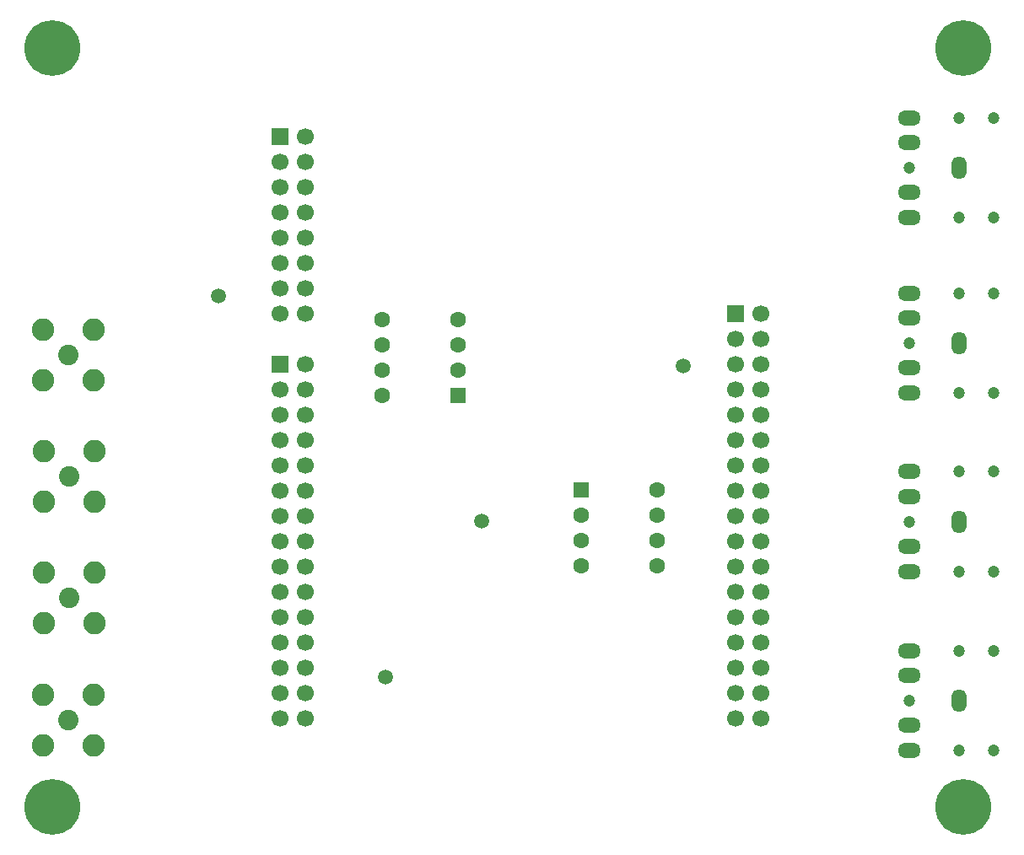
<source format=gbr>
%TF.GenerationSoftware,KiCad,Pcbnew,9.0.2*%
%TF.CreationDate,2025-06-26T21:31:22-07:00*%
%TF.ProjectId,tdm_b1,74646d5f-6231-42e6-9b69-6361645f7063,rev?*%
%TF.SameCoordinates,Original*%
%TF.FileFunction,Soldermask,Bot*%
%TF.FilePolarity,Negative*%
%FSLAX46Y46*%
G04 Gerber Fmt 4.6, Leading zero omitted, Abs format (unit mm)*
G04 Created by KiCad (PCBNEW 9.0.2) date 2025-06-26 21:31:22*
%MOMM*%
%LPD*%
G01*
G04 APERTURE LIST*
G04 Aperture macros list*
%AMRoundRect*
0 Rectangle with rounded corners*
0 $1 Rounding radius*
0 $2 $3 $4 $5 $6 $7 $8 $9 X,Y pos of 4 corners*
0 Add a 4 corners polygon primitive as box body*
4,1,4,$2,$3,$4,$5,$6,$7,$8,$9,$2,$3,0*
0 Add four circle primitives for the rounded corners*
1,1,$1+$1,$2,$3*
1,1,$1+$1,$4,$5*
1,1,$1+$1,$6,$7*
1,1,$1+$1,$8,$9*
0 Add four rect primitives between the rounded corners*
20,1,$1+$1,$2,$3,$4,$5,0*
20,1,$1+$1,$4,$5,$6,$7,0*
20,1,$1+$1,$6,$7,$8,$9,0*
20,1,$1+$1,$8,$9,$2,$3,0*%
G04 Aperture macros list end*
%ADD10C,5.600000*%
%ADD11C,2.050000*%
%ADD12C,2.250000*%
%ADD13C,1.200000*%
%ADD14O,2.300000X1.500000*%
%ADD15O,1.500000X2.300000*%
%ADD16R,1.700000X1.700000*%
%ADD17C,1.700000*%
%ADD18C,1.500000*%
%ADD19RoundRect,0.250000X0.550000X0.550000X-0.550000X0.550000X-0.550000X-0.550000X0.550000X-0.550000X0*%
%ADD20C,1.600000*%
%ADD21RoundRect,0.250000X-0.550000X-0.550000X0.550000X-0.550000X0.550000X0.550000X-0.550000X0.550000X0*%
G04 APERTURE END LIST*
D10*
%TO.C,H2*%
X185420000Y-143510000D03*
%TD*%
D11*
%TO.C,J11*%
X95631200Y-98132600D03*
D12*
X93091200Y-95592600D03*
X93091200Y-100672600D03*
X98171200Y-95592600D03*
X98171200Y-100672600D03*
%TD*%
D10*
%TO.C,H3*%
X185420000Y-67310000D03*
%TD*%
%TO.C,H4*%
X93980000Y-67310000D03*
%TD*%
D13*
%TO.C,J4*%
X188471800Y-74320400D03*
X184971800Y-74320400D03*
X179971800Y-79320400D03*
X188471800Y-84320400D03*
X184971800Y-84320400D03*
D14*
X179971800Y-76820400D03*
X179971800Y-81820400D03*
X179971800Y-84320400D03*
D15*
X184971800Y-79320400D03*
D14*
X179971800Y-74320400D03*
%TD*%
D16*
%TO.C,J9*%
X116840000Y-99060000D03*
D17*
X119380000Y-99060000D03*
X116840000Y-101600000D03*
X119380000Y-101600000D03*
X116840000Y-104140000D03*
X119380000Y-104140000D03*
X116840000Y-106680000D03*
X119380000Y-106680000D03*
X116840000Y-109220000D03*
X119380000Y-109220000D03*
X116840000Y-111760000D03*
X119380000Y-111760000D03*
X116840000Y-114300000D03*
X119380000Y-114300000D03*
X116840000Y-116840000D03*
X119380000Y-116840000D03*
X116840000Y-119380000D03*
X119380000Y-119380000D03*
X116840000Y-121920000D03*
X119380000Y-121920000D03*
X116840000Y-124460000D03*
X119380000Y-124460000D03*
X116840000Y-127000000D03*
X119380000Y-127000000D03*
X116840000Y-129540000D03*
X119380000Y-129540000D03*
X116840000Y-132080000D03*
X119380000Y-132080000D03*
X116840000Y-134620000D03*
X119380000Y-134620000D03*
%TD*%
D16*
%TO.C,J8*%
X116840000Y-76200000D03*
D17*
X119380000Y-76200000D03*
X116840000Y-78740000D03*
X119380000Y-78740000D03*
X116840000Y-81280000D03*
X119380000Y-81280000D03*
X116840000Y-83820000D03*
X119380000Y-83820000D03*
X116840000Y-86360000D03*
X119380000Y-86360000D03*
X116840000Y-88900000D03*
X119380000Y-88900000D03*
X116840000Y-91440000D03*
X119380000Y-91440000D03*
X116840000Y-93980000D03*
X119380000Y-93980000D03*
%TD*%
D13*
%TO.C,J2*%
X188471800Y-109873400D03*
X184971800Y-109873400D03*
X179971800Y-114873400D03*
X188471800Y-119873400D03*
X184971800Y-119873400D03*
D14*
X179971800Y-112373400D03*
X179971800Y-117373400D03*
X179971800Y-119873400D03*
D15*
X184971800Y-114873400D03*
D14*
X179971800Y-109873400D03*
%TD*%
D18*
%TO.C,TP2*%
X110693200Y-92202000D03*
%TD*%
D13*
%TO.C,J3*%
X188471800Y-127842000D03*
X184971800Y-127842000D03*
X179971800Y-132842000D03*
X188471800Y-137842000D03*
X184971800Y-137842000D03*
D14*
X179971800Y-130342000D03*
X179971800Y-135342000D03*
X179971800Y-137842000D03*
D15*
X184971800Y-132842000D03*
D14*
X179971800Y-127842000D03*
%TD*%
D18*
%TO.C,TP3*%
X157276800Y-99263200D03*
%TD*%
%TO.C,TP4*%
X137058400Y-114858800D03*
%TD*%
D13*
%TO.C,J5*%
X188471800Y-91930200D03*
X184971800Y-91930200D03*
X179971800Y-96930200D03*
X188471800Y-101930200D03*
X184971800Y-101930200D03*
D14*
X179971800Y-94430200D03*
X179971800Y-99430200D03*
X179971800Y-101930200D03*
D15*
X184971800Y-96930200D03*
D14*
X179971800Y-91930200D03*
%TD*%
D11*
%TO.C,J10*%
X95669000Y-110324600D03*
D12*
X93129000Y-107784600D03*
X93129000Y-112864600D03*
X98209000Y-107784600D03*
X98209000Y-112864600D03*
%TD*%
D10*
%TO.C,H1*%
X93980000Y-143510000D03*
%TD*%
D11*
%TO.C,J13*%
X95631200Y-134800200D03*
D12*
X93091200Y-132260200D03*
X93091200Y-137340200D03*
X98171200Y-132260200D03*
X98171200Y-137340200D03*
%TD*%
D11*
%TO.C,J12*%
X95669000Y-122570400D03*
D12*
X93129000Y-120030400D03*
X93129000Y-125110400D03*
X98209000Y-120030400D03*
X98209000Y-125110400D03*
%TD*%
D19*
%TO.C,U8*%
X134747000Y-102209600D03*
D20*
X134747000Y-99669600D03*
X134747000Y-97129600D03*
X134747000Y-94589600D03*
X127127000Y-94589600D03*
X127127000Y-97129600D03*
X127127000Y-99669600D03*
X127127000Y-102209600D03*
%TD*%
D18*
%TO.C,TP1*%
X127406400Y-130505200D03*
%TD*%
D16*
%TO.C,J1*%
X162560000Y-93980000D03*
D17*
X165100000Y-93980000D03*
X162560000Y-96520000D03*
X165100000Y-96520000D03*
X162560000Y-99060000D03*
X165100000Y-99060000D03*
X162560000Y-101600000D03*
X165100000Y-101600000D03*
X162560000Y-104140000D03*
X165100000Y-104140000D03*
X162560000Y-106680000D03*
X165100000Y-106680000D03*
X162560000Y-109220000D03*
X165100000Y-109220000D03*
X162560000Y-111760000D03*
X165100000Y-111760000D03*
X162560000Y-114300000D03*
X165100000Y-114300000D03*
X162560000Y-116840000D03*
X165100000Y-116840000D03*
X162560000Y-119380000D03*
X165100000Y-119380000D03*
X162560000Y-121920000D03*
X165100000Y-121920000D03*
X162560000Y-124460000D03*
X165100000Y-124460000D03*
X162560000Y-127000000D03*
X165100000Y-127000000D03*
X162560000Y-129540000D03*
X165100000Y-129540000D03*
X162560000Y-132080000D03*
X165100000Y-132080000D03*
X162560000Y-134620000D03*
X165100000Y-134620000D03*
%TD*%
D21*
%TO.C,U1*%
X147091400Y-111658400D03*
D20*
X147091400Y-114198400D03*
X147091400Y-116738400D03*
X147091400Y-119278400D03*
X154711400Y-119278400D03*
X154711400Y-116738400D03*
X154711400Y-114198400D03*
X154711400Y-111658400D03*
%TD*%
M02*

</source>
